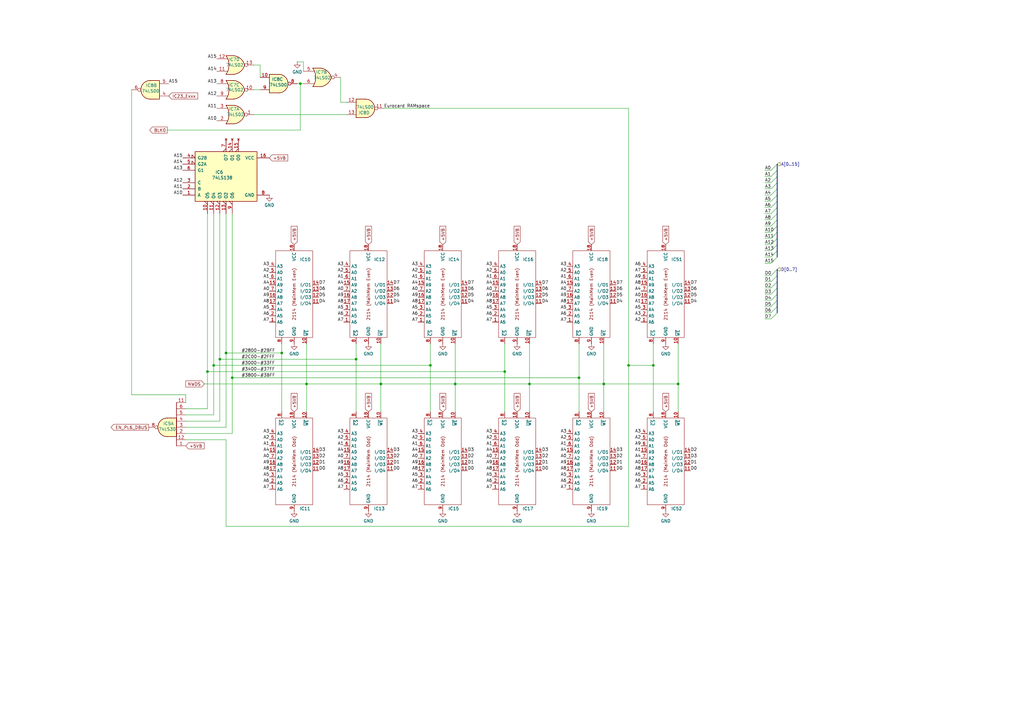
<source format=kicad_sch>
(kicad_sch (version 20231120) (generator "eeschema") (generator_version "8.0")
  (paper "A3")
  (lib_symbols
    (symbol "74xx:74LS00" (pin_names (offset 1.016))
      (property "Reference" "U" (at 0 1.27 0))
      (property "Value" "74LS00" (at 0 -1.27 0))
      (symbol "74LS00_1_1"
        (arc (start 0 -3.81) (mid 3.7934 0) (end 0 3.81) (stroke (width 0.254)) (fill (type background)))
        (polyline (pts (xy 0 3.81) (xy -3.81 3.81) (xy -3.81 -3.81) (xy 0 -3.81)) (stroke (width 0.254)) (fill (type background)))
        (pin input line (at -7.62 2.54 0) (length 3.81) (name "~") (number "1"))
        (pin input line (at -7.62 -2.54 0) (length 3.81) (name "~") (number "2"))
        (pin output inverted (at 7.62 0 180) (length 3.81) (name "~") (number "3"))
      )
      (symbol "74LS00_1_2"
        (arc (start -3.81 -3.81) (mid -2.589 0) (end -3.81 3.81) (stroke (width 0.254)))
        (arc (start -0.6096 -3.81) (mid 2.1842 -2.5851) (end 3.81 0) (stroke (width 0.254)) (fill (type background)))
        (polyline (pts (xy -3.81 -3.81) (xy -0.635 -3.81)) (stroke (width 0.254)) (fill (type background)))
        (polyline (pts (xy -3.81 3.81) (xy -0.635 3.81)) (stroke (width 0.254)) (fill (type background)))
        (polyline (pts (xy -0.635 3.81) (xy -3.81 3.81) (xy -3.81 3.81) (xy -3.556 3.4036) (xy -3.0226 2.2606) (xy -2.6924 1.0414) (xy -2.6162 -0.254) (xy -2.7686 -1.4986) (xy -3.175 -2.7178) (xy -3.81 -3.81) (xy -3.81 -3.81) (xy -0.635 -3.81)) (stroke (width -25.4)) (fill (type background)))
        (arc (start 3.81 0) (mid 2.1915 2.5936) (end -0.6096 3.81) (stroke (width 0.254)) (fill (type background)))
        (pin input inverted (at -7.62 2.54 0) (length 4.318) (name "~") (number "1"))
        (pin input inverted (at -7.62 -2.54 0) (length 4.318) (name "~") (number "2"))
        (pin output line (at 7.62 0 180) (length 3.81) (name "~") (number "3"))
      )
      (symbol "74LS00_2_1"
        (arc (start 0 -3.81) (mid 3.7934 0) (end 0 3.81) (stroke (width 0.254)) (fill (type background)))
        (polyline (pts (xy 0 3.81) (xy -3.81 3.81) (xy -3.81 -3.81) (xy 0 -3.81)) (stroke (width 0.254)) (fill (type background)))
        (pin input line (at -7.62 2.54 0) (length 3.81) (name "~") (number "4"))
        (pin input line (at -7.62 -2.54 0) (length 3.81) (name "~") (number "5"))
        (pin output inverted (at 7.62 0 180) (length 3.81) (name "~") (number "6"))
      )
      (symbol "74LS00_2_2"
        (arc (start -3.81 -3.81) (mid -2.589 0) (end -3.81 3.81) (stroke (width 0.254)))
        (arc (start -0.6096 -3.81) (mid 2.1842 -2.5851) (end 3.81 0) (stroke (width 0.254)) (fill (type background)))
        (polyline (pts (xy -3.81 -3.81) (xy -0.635 -3.81)) (stroke (width 0.254)) (fill (type background)))
        (polyline (pts (xy -3.81 3.81) (xy -0.635 3.81)) (stroke (width 0.254)) (fill (type background)))
        (polyline (pts (xy -0.635 3.81) (xy -3.81 3.81) (xy -3.81 3.81) (xy -3.556 3.4036) (xy -3.0226 2.2606) (xy -2.6924 1.0414) (xy -2.6162 -0.254) (xy -2.7686 -1.4986) (xy -3.175 -2.7178) (xy -3.81 -3.81) (xy -3.81 -3.81) (xy -0.635 -3.81)) (stroke (width -25.4)) (fill (type background)))
        (arc (start 3.81 0) (mid 2.1915 2.5936) (end -0.6096 3.81) (stroke (width 0.254)) (fill (type background)))
        (pin input inverted (at -7.62 2.54 0) (length 4.318) (name "~") (number "4"))
        (pin input inverted (at -7.62 -2.54 0) (length 4.318) (name "~") (number "5"))
        (pin output line (at 7.62 0 180) (length 3.81) (name "~") (number "6"))
      )
      (symbol "74LS00_3_1"
        (arc (start 0 -3.81) (mid 3.7934 0) (end 0 3.81) (stroke (width 0.254)) (fill (type background)))
        (polyline (pts (xy 0 3.81) (xy -3.81 3.81) (xy -3.81 -3.81) (xy 0 -3.81)) (stroke (width 0.254)) (fill (type background)))
        (pin input line (at -7.62 -2.54 0) (length 3.81) (name "~") (number "10"))
        (pin output inverted (at 7.62 0 180) (length 3.81) (name "~") (number "8"))
        (pin input line (at -7.62 2.54 0) (length 3.81) (name "~") (number "9"))
      )
      (symbol "74LS00_3_2"
        (arc (start -3.81 -3.81) (mid -2.589 0) (end -3.81 3.81) (stroke (width 0.254)))
        (arc (start -0.6096 -3.81) (mid 2.1842 -2.5851) (end 3.81 0) (stroke (width 0.254)) (fill (type background)))
        (polyline (pts (xy -3.81 -3.81) (xy -0.635 -3.81)) (stroke (width 0.254)) (fill (type background)))
        (polyline (pts (xy -3.81 3.81) (xy -0.635 3.81)) (stroke (width 0.254)) (fill (type background)))
        (polyline (pts (xy -0.635 3.81) (xy -3.81 3.81) (xy -3.81 3.81) (xy -3.556 3.4036) (xy -3.0226 2.2606) (xy -2.6924 1.0414) (xy -2.6162 -0.254) (xy -2.7686 -1.4986) (xy -3.175 -2.7178) (xy -3.81 -3.81) (xy -3.81 -3.81) (xy -0.635 -3.81)) (stroke (width -25.4)) (fill (type background)))
        (arc (start 3.81 0) (mid 2.1915 2.5936) (end -0.6096 3.81) (stroke (width 0.254)) (fill (type background)))
        (pin input inverted (at -7.62 -2.54 0) (length 4.318) (name "~") (number "10"))
        (pin output line (at 7.62 0 180) (length 3.81) (name "~") (number "8"))
        (pin input inverted (at -7.62 2.54 0) (length 4.318) (name "~") (number "9"))
      )
      (symbol "74LS00_4_1"
        (arc (start 0 -3.81) (mid 3.7934 0) (end 0 3.81) (stroke (width 0.254)) (fill (type background)))
        (polyline (pts (xy 0 3.81) (xy -3.81 3.81) (xy -3.81 -3.81) (xy 0 -3.81)) (stroke (width 0.254)) (fill (type background)))
        (pin output inverted (at 7.62 0 180) (length 3.81) (name "~") (number "11"))
        (pin input line (at -7.62 2.54 0) (length 3.81) (name "~") (number "12"))
        (pin input line (at -7.62 -2.54 0) (length 3.81) (name "~") (number "13"))
      )
      (symbol "74LS00_4_2"
        (arc (start -3.81 -3.81) (mid -2.589 0) (end -3.81 3.81) (stroke (width 0.254)))
        (arc (start -0.6096 -3.81) (mid 2.1842 -2.5851) (end 3.81 0) (stroke (width 0.254)) (fill (type background)))
        (polyline (pts (xy -3.81 -3.81) (xy -0.635 -3.81)) (stroke (width 0.254)) (fill (type background)))
        (polyline (pts (xy -3.81 3.81) (xy -0.635 3.81)) (stroke (width 0.254)) (fill (type background)))
        (polyline (pts (xy -0.635 3.81) (xy -3.81 3.81) (xy -3.81 3.81) (xy -3.556 3.4036) (xy -3.0226 2.2606) (xy -2.6924 1.0414) (xy -2.6162 -0.254) (xy -2.7686 -1.4986) (xy -3.175 -2.7178) (xy -3.81 -3.81) (xy -3.81 -3.81) (xy -0.635 -3.81)) (stroke (width -25.4)) (fill (type background)))
        (arc (start 3.81 0) (mid 2.1915 2.5936) (end -0.6096 3.81) (stroke (width 0.254)) (fill (type background)))
        (pin output line (at 7.62 0 180) (length 3.81) (name "~") (number "11"))
        (pin input inverted (at -7.62 2.54 0) (length 4.318) (name "~") (number "12"))
        (pin input inverted (at -7.62 -2.54 0) (length 4.318) (name "~") (number "13"))
      )
      (symbol "74LS00_5_0"
        (pin power_in line (at 0 12.7 270) (length 5.08) (name "VCC") (number "14"))
        (pin power_in line (at 0 -12.7 90) (length 5.08) (name "GND") (number "7"))
      )
      (symbol "74LS00_5_1"
        (rectangle (start -5.08 7.62) (end 5.08 -7.62) (stroke (width 0.254)) (fill (type background)))
      )
    )
    (symbol "74xx:74LS02" (pin_names (offset 1.016))
      (property "Reference" "U" (at 0 1.27 0))
      (property "Value" "74LS02" (at 0 -1.27 0))
      (symbol "74LS02_1_1"
        (arc (start -3.81 -3.81) (mid -2.589 0) (end -3.81 3.81) (stroke (width 0.254)))
        (arc (start -0.6096 -3.81) (mid 2.1842 -2.5851) (end 3.81 0) (stroke (width 0.254)) (fill (type background)))
        (polyline (pts (xy -3.81 -3.81) (xy -0.635 -3.81)) (stroke (width 0.254)) (fill (type background)))
        (polyline (pts (xy -3.81 3.81) (xy -0.635 3.81)) (stroke (width 0.254)) (fill (type background)))
        (polyline (pts (xy -0.635 3.81) (xy -3.81 3.81) (xy -3.81 3.81) (xy -3.556 3.4036) (xy -3.0226 2.2606) (xy -2.6924 1.0414) (xy -2.6162 -0.254) (xy -2.7686 -1.4986) (xy -3.175 -2.7178) (xy -3.81 -3.81) (xy -3.81 -3.81) (xy -0.635 -3.81)) (stroke (width -25.4)) (fill (type background)))
        (arc (start 3.81 0) (mid 2.1915 2.5936) (end -0.6096 3.81) (stroke (width 0.254)) (fill (type background)))
        (pin output inverted (at 7.62 0 180) (length 3.81) (name "~") (number "1"))
        (pin input line (at -7.62 2.54 0) (length 4.318) (name "~") (number "2"))
        (pin input line (at -7.62 -2.54 0) (length 4.318) (name "~") (number "3"))
      )
      (symbol "74LS02_1_2"
        (arc (start 0 -3.81) (mid 3.7934 0) (end 0 3.81) (stroke (width 0.254)) (fill (type background)))
        (polyline (pts (xy 0 3.81) (xy -3.81 3.81) (xy -3.81 -3.81) (xy 0 -3.81)) (stroke (width 0.254)) (fill (type background)))
        (pin output line (at 7.62 0 180) (length 3.81) (name "~") (number "1"))
        (pin input inverted (at -7.62 2.54 0) (length 3.81) (name "~") (number "2"))
        (pin input inverted (at -7.62 -2.54 0) (length 3.81) (name "~") (number "3"))
      )
      (symbol "74LS02_2_1"
        (arc (start -3.81 -3.81) (mid -2.589 0) (end -3.81 3.81) (stroke (width 0.254)))
        (arc (start -0.6096 -3.81) (mid 2.1842 -2.5851) (end 3.81 0) (stroke (width 0.254)) (fill (type background)))
        (polyline (pts (xy -3.81 -3.81) (xy -0.635 -3.81)) (stroke (width 0.254)) (fill (type background)))
        (polyline (pts (xy -3.81 3.81) (xy -0.635 3.81)) (stroke (width 0.254)) (fill (type background)))
        (polyline (pts (xy -0.635 3.81) (xy -3.81 3.81) (xy -3.81 3.81) (xy -3.556 3.4036) (xy -3.0226 2.2606) (xy -2.6924 1.0414) (xy -2.6162 -0.254) (xy -2.7686 -1.4986) (xy -3.175 -2.7178) (xy -3.81 -3.81) (xy -3.81 -3.81) (xy -0.635 -3.81)) (stroke (width -25.4)) (fill (type background)))
        (arc (start 3.81 0) (mid 2.1915 2.5936) (end -0.6096 3.81) (stroke (width 0.254)) (fill (type background)))
        (pin output inverted (at 7.62 0 180) (length 3.81) (name "~") (number "4"))
        (pin input line (at -7.62 2.54 0) (length 4.318) (name "~") (number "5"))
        (pin input line (at -7.62 -2.54 0) (length 4.318) (name "~") (number "6"))
      )
      (symbol "74LS02_2_2"
        (arc (start 0 -3.81) (mid 3.7934 0) (end 0 3.81) (stroke (width 0.254)) (fill (type background)))
        (polyline (pts (xy 0 3.81) (xy -3.81 3.81) (xy -3.81 -3.81) (xy 0 -3.81)) (stroke (width 0.254)) (fill (type background)))
        (pin output line (at 7.62 0 180) (length 3.81) (name "~") (number "4"))
        (pin input inverted (at -7.62 2.54 0) (length 3.81) (name "~") (number "5"))
        (pin input inverted (at -7.62 -2.54 0) (length 3.81) (name "~") (number "6"))
      )
      (symbol "74LS02_3_1"
        (arc (start -3.81 -3.81) (mid -2.589 0) (end -3.81 3.81) (stroke (width 0.254)))
        (arc (start -0.6096 -3.81) (mid 2.1842 -2.5851) (end 3.81 0) (stroke (width 0.254)) (fill (type background)))
        (polyline (pts (xy -3.81 -3.81) (xy -0.635 -3.81)) (stroke (width 0.254)) (fill (type background)))
        (polyline (pts (xy -3.81 3.81) (xy -0.635 3.81)) (stroke (width 0.254)) (fill (type background)))
        (polyline (pts (xy -0.635 3.81) (xy -3.81 3.81) (xy -3.81 3.81) (xy -3.556 3.4036) (xy -3.0226 2.2606) (xy -2.6924 1.0414) (xy -2.6162 -0.254) (xy -2.7686 -1.4986) (xy -3.175 -2.7178) (xy -3.81 -3.81) (xy -3.81 -3.81) (xy -0.635 -3.81)) (stroke (width -25.4)) (fill (type background)))
        (arc (start 3.81 0) (mid 2.1915 2.5936) (end -0.6096 3.81) (stroke (width 0.254)) (fill (type background)))
        (pin output inverted (at 7.62 0 180) (length 3.81) (name "~") (number "10"))
        (pin input line (at -7.62 2.54 0) (length 4.318) (name "~") (number "8"))
        (pin input line (at -7.62 -2.54 0) (length 4.318) (name "~") (number "9"))
      )
      (symbol "74LS02_3_2"
        (arc (start 0 -3.81) (mid 3.7934 0) (end 0 3.81) (stroke (width 0.254)) (fill (type background)))
        (polyline (pts (xy 0 3.81) (xy -3.81 3.81) (xy -3.81 -3.81) (xy 0 -3.81)) (stroke (width 0.254)) (fill (type background)))
        (pin output line (at 7.62 0 180) (length 3.81) (name "~") (number "10"))
        (pin input inverted (at -7.62 2.54 0) (length 3.81) (name "~") (number "8"))
        (pin input inverted (at -7.62 -2.54 0) (length 3.81) (name "~") (number "9"))
      )
      (symbol "74LS02_4_1"
        (arc (start -3.81 -3.81) (mid -2.589 0) (end -3.81 3.81) (stroke (width 0.254)))
        (arc (start -0.6096 -3.81) (mid 2.1842 -2.5851) (end 3.81 0) (stroke (width 0.254)) (fill (type background)))
        (polyline (pts (xy -3.81 -3.81) (xy -0.635 -3.81)) (stroke (width 0.254)) (fill (type background)))
        (polyline (pts (xy -3.81 3.81) (xy -0.635 3.81)) (stroke (width 0.254)) (fill (type background)))
        (polyline (pts (xy -0.635 3.81) (xy -3.81 3.81) (xy -3.81 3.81) (xy -3.556 3.4036) (xy -3.0226 2.2606) (xy -2.6924 1.0414) (xy -2.6162 -0.254) (xy -2.7686 -1.4986) (xy -3.175 -2.7178) (xy -3.81 -3.81) (xy -3.81 -3.81) (xy -0.635 -3.81)) (stroke (width -25.4)) (fill (type background)))
        (arc (start 3.81 0) (mid 2.1915 2.5936) (end -0.6096 3.81) (stroke (width 0.254)) (fill (type background)))
        (pin input line (at -7.62 2.54 0) (length 4.318) (name "~") (number "11"))
        (pin input line (at -7.62 -2.54 0) (length 4.318) (name "~") (number "12"))
        (pin output inverted (at 7.62 0 180) (length 3.81) (name "~") (number "13"))
      )
      (symbol "74LS02_4_2"
        (arc (start 0 -3.81) (mid 3.7934 0) (end 0 3.81) (stroke (width 0.254)) (fill (type background)))
        (polyline (pts (xy 0 3.81) (xy -3.81 3.81) (xy -3.81 -3.81) (xy 0 -3.81)) (stroke (width 0.254)) (fill (type background)))
        (pin input inverted (at -7.62 2.54 0) (length 3.81) (name "~") (number "11"))
        (pin input inverted (at -7.62 -2.54 0) (length 3.81) (name "~") (number "12"))
        (pin output line (at 7.62 0 180) (length 3.81) (name "~") (number "13"))
      )
      (symbol "74LS02_5_0"
        (pin power_in line (at 0 12.7 270) (length 5.08) (name "VCC") (number "14"))
        (pin power_in line (at 0 -12.7 90) (length 5.08) (name "GND") (number "7"))
      )
      (symbol "74LS02_5_1"
        (rectangle (start -5.08 7.62) (end 5.08 -7.62) (stroke (width 0.254)) (fill (type background)))
      )
    )
    (symbol "74xx:74LS30" (pin_names (offset 1.016))
      (property "Reference" "IC5" (at -0.508 -1.524 0))
      (property "Value" "74LS30" (at 0 0.762 0))
      (symbol "74LS30_1_1"
        (arc (start 0 -3.81) (mid 3.7934 0) (end 0 3.81) (stroke (width 0.254)) (fill (type background)))
        (polyline (pts (xy -3.81 7.62) (xy -3.81 -10.16)) (stroke (width 0.254)))
        (polyline (pts (xy 0 3.81) (xy -3.81 3.81) (xy -3.81 -3.81) (xy 0 -3.81)) (stroke (width 0.254)) (fill (type background)))
        (pin input line (at -7.62 7.62 0) (length 3.81) (name "~") (number "1"))
        (pin input line (at -7.62 -10.16 0) (length 3.81) (name "~") (number "11"))
        (pin input line (at -7.62 5.08 0) (length 3.81) (name "~") (number "12"))
        (pin input line (at -7.62 2.54 0) (length 3.81) (name "~") (number "2"))
        (pin input line (at -7.62 0 0) (length 3.81) (name "~") (number "3"))
        (pin input line (at -7.62 -2.54 0) (length 3.81) (name "~") (number "4"))
        (pin input line (at -7.62 -5.08 0) (length 3.81) (name "~") (number "5"))
        (pin input line (at -7.62 -7.62 0) (length 3.81) (name "~") (number "6"))
        (pin output inverted (at 7.62 0 180) (length 3.81) (name "~") (number "8"))
      )
      (symbol "74LS30_1_2"
        (arc (start -3.81 -3.81) (mid -2.589 0) (end -3.81 3.81) (stroke (width 0.254)))
        (arc (start -0.6096 -3.81) (mid 2.1842 -2.5851) (end 3.81 0) (stroke (width 0.254)) (fill (type background)))
        (polyline (pts (xy -3.81 -3.81) (xy -3.81 -10.16)) (stroke (width 0.254)))
        (polyline (pts (xy -3.81 -3.81) (xy -0.635 -3.81)) (stroke (width 0.254)) (fill (type background)))
        (polyline (pts (xy -3.81 3.81) (xy -0.635 3.81)) (stroke (width 0.254)) (fill (type background)))
        (polyline (pts (xy -3.81 7.62) (xy -3.81 3.81)) (stroke (width 0.254)))
        (polyline (pts (xy -0.635 3.81) (xy -3.81 3.81) (xy -3.81 3.81) (xy -3.556 3.4036) (xy -3.0226 2.2606) (xy -2.6924 1.0414) (xy -2.6162 -0.254) (xy -2.7686 -1.4986) (xy -3.175 -2.7178) (xy -3.81 -3.81) (xy -3.81 -3.81) (xy -0.635 -3.81)) (stroke (width -25.4)) (fill (type background)))
        (arc (start 3.81 0) (mid 2.1915 2.5936) (end -0.6096 3.81) (stroke (width 0.254)) (fill (type background)))
        (pin input inverted (at -7.62 7.62 0) (length 3.81) (name "~") (number "1"))
        (pin input inverted (at -7.62 -7.62 0) (length 3.81) (name "~") (number "11"))
        (pin input inverted (at -7.62 -10.16 0) (length 3.81) (name "~") (number "12"))
        (pin input inverted (at -7.62 5.08 0) (length 3.81) (name "~") (number "2"))
        (pin input inverted (at -7.62 2.54 0) (length 4.5466) (name "~") (number "3"))
        (pin input inverted (at -7.62 0 0) (length 5.08) (name "~") (number "4"))
        (pin input inverted (at -7.62 -2.54 0) (length 4.5466) (name "~") (number "5"))
        (pin input inverted (at -7.62 -5.08 0) (length 3.81) (name "~") (number "6"))
        (pin output line (at 7.62 0 180) (length 3.81) (name "~") (number "8"))
      )
      (symbol "74LS30_2_0"
        (pin power_in line (at 0 12.7 270) (length 5.08) (name "VCC") (number "14"))
        (pin power_in line (at 0 -12.7 90) (length 5.08) (name "GND") (number "7"))
      )
      (symbol "74LS30_2_1"
        (rectangle (start -5.08 7.62) (end 5.08 -7.62) (stroke (width 0.254)) (fill (type background)))
      )
    )
    (symbol "John Atom Components:2114_(MainMem_Even)"
      (property "Reference" "IC10" (at 2.54 12.7 0))
      (property "Value" "~" (at 2.1941 19.9001 0))
      (symbol "2114_(MainMem_Even)_0_1"
        (rectangle (start -7.62 17.78) (end 7.62 -17.78))
      )
      (symbol "2114_(MainMem_Even)_1_1"
        (text "2114 (MainMem Even)" (at 0 0 900) (effects (font (size 1.27 1.27))))
        (pin input line (at -10.16 -11.43 0) (length 2.54) (name "A6") (number "1"))
        (pin input line (at 5.08 -20.32 90) (length 2.54) (name "~{WE}") (number "10"))
        (pin bidirectional line (at 10.16 -3.81 180) (length 2.54) (name "I/O4") (number "11"))
        (pin bidirectional line (at 10.16 -1.27 180) (length 2.54) (name "I/O3") (number "12"))
        (pin bidirectional line (at 10.16 1.27 180) (length 2.54) (name "I/O2") (number "13"))
        (pin bidirectional line (at 10.16 3.81 180) (length 2.54) (name "I/O1") (number "14"))
        (pin input line (at -10.16 3.81 0) (length 2.54) (name "A9") (number "15"))
        (pin input line (at -10.16 -1.27 0) (length 2.54) (name "A8") (number "16"))
        (pin input line (at -10.16 -3.81 0) (length 2.54) (name "A7") (number "17"))
        (pin power_in line (at 0 20.32 270) (length 2.54) (name "VCC") (number "18"))
        (pin input line (at -10.16 -8.89 0) (length 2.54) (name "A5") (number "2"))
        (pin input line (at -10.16 -6.35 0) (length 2.54) (name "A4") (number "3"))
        (pin input line (at -10.16 11.43 0) (length 2.54) (name "A3") (number "4"))
        (pin input line (at -10.16 8.89 0) (length 2.54) (name "A0") (number "5"))
        (pin input line (at -10.16 6.35 0) (length 2.54) (name "A1") (number "6"))
        (pin input line (at -10.16 1.27 0) (length 2.54) (name "A2") (number "7"))
        (pin input line (at -5.08 -20.32 90) (length 2.54) (name "~{CS}") (number "8"))
        (pin power_in line (at 0 -20.32 90) (length 2.54) (name "GND") (number "9"))
      )
    )
    (symbol "John Atom Components:2114_(MainMem_Odd)"
      (property "Reference" "IC10" (at 2.54 -10.16 0))
      (property "Value" "~" (at 2.1941 19.9001 0))
      (symbol "2114_(MainMem_Odd)_0_1"
        (rectangle (start -7.62 17.78) (end 7.62 -17.78))
      )
      (symbol "2114_(MainMem_Odd)_1_1"
        (text "2114 (MainMem Odd)" (at 0 0 900) (effects (font (size 1.27 1.27))))
        (pin input line (at -10.16 -11.43 0) (length 2.54) (name "A6") (number "1"))
        (pin input line (at 5.08 20.32 270) (length 2.54) (name "~{WE}") (number "10"))
        (pin bidirectional line (at 10.16 -3.81 180) (length 2.54) (name "I/O4") (number "11"))
        (pin bidirectional line (at 10.16 -1.27 180) (length 2.54) (name "I/O3") (number "12"))
        (pin bidirectional line (at 10.16 1.27 180) (length 2.54) (name "I/O2") (number "13"))
        (pin bidirectional line (at 10.16 3.81 180) (length 2.54) (name "I/O1") (number "14"))
        (pin input line (at -10.16 3.81 0) (length 2.54) (name "A9") (number "15"))
        (pin input line (at -10.16 -1.27 0) (length 2.54) (name "A8") (number "16"))
        (pin input line (at -10.16 -3.81 0) (length 2.54) (name "A7") (number "17"))
        (pin power_in line (at 0 20.32 270) (length 2.54) (name "VCC") (number "18"))
        (pin input line (at -10.16 -8.89 0) (length 2.54) (name "A5") (number "2"))
        (pin input line (at -10.16 -6.35 0) (length 2.54) (name "A4") (number "3"))
        (pin input line (at -10.16 11.43 0) (length 2.54) (name "A3") (number "4"))
        (pin input line (at -10.16 8.89 0) (length 2.54) (name "A0") (number "5"))
        (pin input line (at -10.16 6.35 0) (length 2.54) (name "A1") (number "6"))
        (pin input line (at -10.16 1.27 0) (length 2.54) (name "A2") (number "7"))
        (pin input line (at -5.08 20.32 270) (length 2.54) (name "~{CS}") (number "8"))
        (pin power_in line (at 0 -20.32 90) (length 2.54) (name "GND") (number "9"))
      )
    )
    (symbol "John Atom Components:74LS138_(Atom_MainMem)" (pin_names (offset 1.016))
      (property "Reference" "IC" (at -2.54 0 0))
      (property "Value" "74LS138" (at 0 -2.54 0))
      (symbol "74LS138_(Atom_MainMem)_1_0"
        (pin input line (at -17.78 -7.62 0) (length 5.08) (name "A") (number "1"))
        (pin output output_low (at -7.62 -15.24 90) (length 5.08) (name "O5") (number "10"))
        (pin output output_low (at -5.08 -15.24 90) (length 5.08) (name "O4") (number "11"))
        (pin output output_low (at -2.54 -15.24 90) (length 5.08) (name "O3") (number "12"))
        (pin output output_low (at 0 -15.24 90) (length 5.08) (name "O2") (number "13"))
        (pin no_connect output_low (at 2.54 15.24 270) (length 5.08) (name "O1") (number "14"))
        (pin no_connect output_low (at 5.08 15.24 270) (length 5.08) (name "O0") (number "15"))
        (pin power_in line (at 17.78 7.62 180) (length 5.08) (name "VCC") (number "16"))
        (pin input line (at -17.78 -5.08 0) (length 5.08) (name "B") (number "2"))
        (pin input line (at -17.78 -2.54 0) (length 5.08) (name "C") (number "3"))
        (pin input input_low (at -17.78 7.62 0) (length 5.08) (name "G2B") (number "4"))
        (pin input input_low (at -17.78 5.08 0) (length 5.08) (name "G2A") (number "5"))
        (pin input line (at -17.78 2.54 0) (length 5.08) (name "G1") (number "6"))
        (pin no_connect output_low (at 0 15.24 270) (length 5.08) (name "O7") (number "7"))
        (pin power_in line (at 17.78 -7.62 180) (length 5.08) (name "GND") (number "8"))
        (pin output output_low (at 2.54 -15.24 90) (length 5.08) (name "O6") (number "9"))
      )
      (symbol "74LS138_(Atom_MainMem)_1_1"
        (rectangle (start -12.7 10.16) (end 12.7 -10.16) (stroke (width 0.254)) (fill (type background)))
      )
    )
    (symbol "power:GND" (power) (pin_numbers hide) (pin_names (offset 0) hide)
      (property "Value" "GND" (at 0 -3.81 0))
      (symbol "GND_0_1"
        (polyline (pts (xy 0 0) (xy 0 -1.27) (xy 1.27 -1.27) (xy 0 -2.54) (xy -1.27 -1.27) (xy 0 -1.27)))
      )
      (symbol "GND_1_1"
        (pin power_in line (at 0 0 270) (length 0) (name "~") (number "1"))
      )
    )
  )
  (junction (at 92.71 144.78))
  (junction (at 207.01 152.4))
  (junction (at 237.49 154.94))
  (junction (at 217.17 157.48))
  (junction (at 115.57 144.78))
  (junction (at 247.65 157.48))
  (junction (at 146.05 147.32))
  (junction (at 123.19 34.29))
  (junction (at 267.97 149.86))
  (junction (at 90.17 147.32))
  (junction (at 186.69 157.48))
  (junction (at 125.73 157.48))
  (junction (at 278.13 157.48))
  (junction (at 176.53 149.86))
  (junction (at 87.63 149.86))
  (junction (at 85.09 152.4))
  (junction (at 95.25 154.94))
  (junction (at 257.81 149.86))
  (junction (at 156.21 157.48))
  (bus_entry (at 318.77 72.39) (size -2.54 2.54))
  (bus_entry (at 318.77 82.55) (size -2.54 2.54))
  (bus_entry (at 318.77 110.49) (size -2.54 2.54))
  (bus_entry (at 318.77 113.03) (size -2.54 2.54))
  (bus_entry (at 318.77 92.71) (size -2.54 2.54))
  (bus_entry (at 318.77 102.87) (size -2.54 2.54))
  (bus_entry (at 318.77 69.85) (size -2.54 2.54))
  (bus_entry (at 318.77 123.19) (size -2.54 2.54))
  (bus_entry (at 318.77 95.25) (size -2.54 2.54))
  (bus_entry (at 318.77 125.73) (size -2.54 2.54))
  (bus_entry (at 318.77 77.47) (size -2.54 2.54))
  (bus_entry (at 318.77 97.79) (size -2.54 2.54))
  (bus_entry (at 318.77 128.27) (size -2.54 2.54))
  (bus_entry (at 318.77 115.57) (size -2.54 2.54))
  (bus_entry (at 318.77 120.65) (size -2.54 2.54))
  (bus_entry (at 318.77 74.93) (size -2.54 2.54))
  (bus_entry (at 318.77 90.17) (size -2.54 2.54))
  (bus_entry (at 318.77 67.31) (size -2.54 2.54))
  (bus_entry (at 318.77 105.41) (size -2.54 2.54))
  (bus_entry (at 318.77 87.63) (size -2.54 2.54))
  (bus_entry (at 318.77 85.09) (size -2.54 2.54))
  (bus_entry (at 318.77 100.33) (size -2.54 2.54))
  (bus_entry (at 318.77 80.01) (size -2.54 2.54))
  (bus_entry (at 318.77 118.11) (size -2.54 2.54))
  (bus (pts (xy 318.77 100.33) (xy 318.77 97.79)))
  (wire (pts (xy 217.17 140.97) (xy 217.17 157.48)))
  (wire (pts (xy 95.25 154.94) (xy 95.25 177.8)))
  (wire (pts (xy 87.63 149.86) (xy 87.63 87.63)))
  (wire (pts (xy 106.68 26.67) (xy 106.68 31.75)))
  (wire (pts (xy 95.25 177.8) (xy 76.2 177.8)))
  (wire (pts (xy 53.975 36.83) (xy 53.975 161.925)))
  (bus (pts (xy 318.77 72.39) (xy 318.77 69.85)))
  (bus (pts (xy 318.77 69.85) (xy 318.77 67.31)))
  (wire (pts (xy 186.69 157.48) (xy 217.17 157.48)))
  (wire (pts (xy 90.17 147.32) (xy 90.17 172.72)))
  (wire (pts (xy 316.23 87.63) (xy 313.69 87.63)))
  (wire (pts (xy 85.09 152.4) (xy 85.09 87.63)))
  (wire (pts (xy 316.23 107.95) (xy 313.69 107.95)))
  (wire (pts (xy 68.58 53.34) (xy 123.19 53.34)))
  (bus (pts (xy 318.77 123.19) (xy 318.77 120.65)))
  (wire (pts (xy 85.09 152.4) (xy 85.09 167.64)))
  (wire (pts (xy 139.7 41.91) (xy 142.24 41.91)))
  (wire (pts (xy 316.23 118.11) (xy 313.69 118.11)))
  (wire (pts (xy 257.81 44.45) (xy 257.81 149.86)))
  (bus (pts (xy 318.77 118.11) (xy 318.77 115.57)))
  (bus (pts (xy 318.77 85.09) (xy 318.77 82.55)))
  (wire (pts (xy 146.05 147.32) (xy 90.17 147.32)))
  (wire (pts (xy 92.71 144.78) (xy 92.71 87.63)))
  (bus (pts (xy 318.77 105.41) (xy 318.77 102.87)))
  (wire (pts (xy 278.13 157.48) (xy 278.13 168.91)))
  (wire (pts (xy 207.01 152.4) (xy 207.01 168.91)))
  (wire (pts (xy 176.53 149.86) (xy 87.63 149.86)))
  (bus (pts (xy 318.77 87.63) (xy 318.77 85.09)))
  (bus (pts (xy 318.77 74.93) (xy 318.77 72.39)))
  (bus (pts (xy 318.77 82.55) (xy 318.77 80.01)))
  (wire (pts (xy 316.23 92.71) (xy 313.69 92.71)))
  (wire (pts (xy 104.14 36.83) (xy 106.68 36.83)))
  (wire (pts (xy 90.17 147.32) (xy 90.17 87.63)))
  (wire (pts (xy 316.23 77.47) (xy 313.69 77.47)))
  (bus (pts (xy 318.77 120.65) (xy 318.77 118.11)))
  (wire (pts (xy 316.23 69.85) (xy 313.69 69.85)))
  (wire (pts (xy 146.05 140.97) (xy 146.05 147.32)))
  (wire (pts (xy 257.81 215.9) (xy 92.71 215.9)))
  (wire (pts (xy 125.73 140.97) (xy 125.73 157.48)))
  (wire (pts (xy 123.19 34.29) (xy 123.19 53.34)))
  (wire (pts (xy 316.23 128.27) (xy 313.69 128.27)))
  (bus (pts (xy 318.77 128.27) (xy 318.77 125.73)))
  (wire (pts (xy 316.23 102.87) (xy 313.69 102.87)))
  (wire (pts (xy 139.7 31.75) (xy 139.7 41.91)))
  (bus (pts (xy 318.77 95.25) (xy 318.77 92.71)))
  (wire (pts (xy 207.01 140.97) (xy 207.01 152.4)))
  (wire (pts (xy 186.69 140.97) (xy 186.69 157.48)))
  (wire (pts (xy 316.23 80.01) (xy 313.69 80.01)))
  (wire (pts (xy 115.57 140.97) (xy 115.57 144.78)))
  (wire (pts (xy 176.53 140.97) (xy 176.53 149.86)))
  (wire (pts (xy 267.97 149.86) (xy 267.97 168.91)))
  (wire (pts (xy 125.73 157.48) (xy 125.73 168.91)))
  (wire (pts (xy 237.49 140.97) (xy 237.49 154.94)))
  (wire (pts (xy 316.23 123.19) (xy 313.69 123.19)))
  (wire (pts (xy 316.23 125.73) (xy 313.69 125.73)))
  (wire (pts (xy 124.46 25.4) (xy 124.46 29.21)))
  (wire (pts (xy 247.65 140.97) (xy 247.65 157.48)))
  (wire (pts (xy 92.71 175.26) (xy 76.2 175.26)))
  (wire (pts (xy 316.23 85.09) (xy 313.69 85.09)))
  (wire (pts (xy 87.63 149.86) (xy 87.63 170.18)))
  (bus (pts (xy 318.77 77.47) (xy 318.77 74.93)))
  (wire (pts (xy 156.21 157.48) (xy 186.69 157.48)))
  (wire (pts (xy 115.57 144.78) (xy 115.57 168.91)))
  (wire (pts (xy 156.21 140.97) (xy 156.21 157.48)))
  (wire (pts (xy 316.23 95.25) (xy 313.69 95.25)))
  (wire (pts (xy 316.23 74.93) (xy 313.69 74.93)))
  (wire (pts (xy 316.23 130.81) (xy 313.69 130.81)))
  (wire (pts (xy 92.71 180.34) (xy 76.2 180.34)))
  (bus (pts (xy 318.77 113.03) (xy 318.77 110.49)))
  (wire (pts (xy 76.2 167.64) (xy 85.09 167.64)))
  (wire (pts (xy 92.71 215.9) (xy 92.71 180.34)))
  (wire (pts (xy 157.48 44.45) (xy 257.81 44.45)))
  (bus (pts (xy 318.77 102.87) (xy 318.77 100.33)))
  (wire (pts (xy 121.92 34.29) (xy 123.19 34.29)))
  (bus (pts (xy 318.77 92.71) (xy 318.77 90.17)))
  (wire (pts (xy 104.14 26.67) (xy 106.68 26.67)))
  (wire (pts (xy 316.23 82.55) (xy 313.69 82.55)))
  (wire (pts (xy 92.71 144.78) (xy 92.71 175.26)))
  (wire (pts (xy 123.19 34.29) (xy 124.46 34.29)))
  (wire (pts (xy 146.05 147.32) (xy 146.05 168.91)))
  (wire (pts (xy 87.63 170.18) (xy 76.2 170.18)))
  (wire (pts (xy 316.23 90.17) (xy 313.69 90.17)))
  (wire (pts (xy 176.53 149.86) (xy 176.53 168.91)))
  (wire (pts (xy 237.49 154.94) (xy 237.49 168.91)))
  (wire (pts (xy 76.2 161.925) (xy 76.2 165.1)))
  (wire (pts (xy 217.17 157.48) (xy 247.65 157.48)))
  (wire (pts (xy 186.69 157.48) (xy 186.69 168.91)))
  (wire (pts (xy 83.82 157.48) (xy 125.73 157.48)))
  (bus (pts (xy 318.77 115.57) (xy 318.77 113.03)))
  (wire (pts (xy 247.65 157.48) (xy 247.65 168.91)))
  (wire (pts (xy 257.81 149.86) (xy 257.81 215.9)))
  (bus (pts (xy 318.77 80.01) (xy 318.77 77.47)))
  (bus (pts (xy 318.77 90.17) (xy 318.77 87.63)))
  (wire (pts (xy 278.13 140.97) (xy 278.13 157.48)))
  (wire (pts (xy 121.92 25.4) (xy 124.46 25.4)))
  (wire (pts (xy 247.65 157.48) (xy 278.13 157.48)))
  (wire (pts (xy 267.97 140.97) (xy 267.97 149.86)))
  (wire (pts (xy 316.23 97.79) (xy 313.69 97.79)))
  (wire (pts (xy 316.23 100.33) (xy 313.69 100.33)))
  (wire (pts (xy 207.01 152.4) (xy 85.09 152.4)))
  (wire (pts (xy 125.73 157.48) (xy 156.21 157.48)))
  (wire (pts (xy 257.81 149.86) (xy 267.97 149.86)))
  (wire (pts (xy 95.25 154.94) (xy 95.25 87.63)))
  (wire (pts (xy 316.23 72.39) (xy 313.69 72.39)))
  (wire (pts (xy 237.49 154.94) (xy 95.25 154.94)))
  (wire (pts (xy 316.23 120.65) (xy 313.69 120.65)))
  (wire (pts (xy 115.57 144.78) (xy 92.71 144.78)))
  (wire (pts (xy 53.975 161.925) (xy 76.2 161.925)))
  (wire (pts (xy 90.17 172.72) (xy 76.2 172.72)))
  (wire (pts (xy 217.17 157.48) (xy 217.17 168.91)))
  (bus (pts (xy 318.77 97.79) (xy 318.77 95.25)))
  (wire (pts (xy 156.21 157.48) (xy 156.21 168.91)))
  (wire (pts (xy 316.23 105.41) (xy 313.69 105.41)))
  (wire (pts (xy 316.23 113.03) (xy 313.69 113.03)))
  (wire (pts (xy 104.14 46.99) (xy 142.24 46.99)))
  (wire (pts (xy 316.23 115.57) (xy 313.69 115.57)))
  (bus (pts (xy 318.77 125.73) (xy 318.77 123.19)))
  (label "A5" (at 201.93 195.58 180))
  (label "A9" (at 262.89 114.3 180))
  (label "A7" (at 201.93 132.08 180))
  (label "A9" (at 201.93 190.5 180))
  (label "A12" (at 74.93 74.93 180))
  (label "A2" (at 262.89 180.34 180))
  (label "A7" (at 140.97 200.66 180))
  (label "A9" (at 232.41 190.5 180))
  (label "A4" (at 313.69 80.01 0))
  (label "A2" (at 171.45 180.34 180))
  (label "A7" (at 171.45 132.08 180))
  (label "A9" (at 110.49 190.5 180))
  (label "A1" (at 201.93 114.3 180))
  (label "A0" (at 171.45 187.96 180))
  (label "D2" (at 222.25 187.96 0))
  (label "D1" (at 161.29 190.5 0))
  (label "A10" (at 313.69 95.25 0))
  (label "D3" (at 161.29 185.42 0))
  (label "#3400-#37FF" (at 99.06 152.4 0))
  (label "A3" (at 171.45 109.22 180))
  (label "A2" (at 110.49 111.76 180))
  (label "A2" (at 110.49 180.34 180))
  (label "D4" (at 130.81 124.46 0))
  (label "A7" (at 232.41 132.08 180))
  (label "D7" (at 191.77 116.84 0))
  (label "A1" (at 140.97 114.3 180))
  (label "D0" (at 283.21 193.04 0))
  (label "A10" (at 88.9 49.53 180))
  (label "A0" (at 262.89 121.92 180))
  (label "A0" (at 232.41 119.38 180))
  (label "A5" (at 140.97 195.58 180))
  (label "A3" (at 232.41 109.22 180))
  (label "A3" (at 171.45 177.8 180))
  (label "A7" (at 140.97 132.08 180))
  (label "A4" (at 140.97 116.84 180))
  (label "A9" (at 140.97 190.5 180))
  (label "D0" (at 130.81 193.04 0))
  (label "D4" (at 161.29 124.46 0))
  (label "A7" (at 201.93 200.66 180))
  (label "A8" (at 171.45 193.04 180))
  (label "A12" (at 313.69 100.33 0))
  (label "A9" (at 110.49 121.92 180))
  (label "A8" (at 140.97 193.04 180))
  (label "A1" (at 262.89 124.46 180))
  (label "D1" (at 252.73 190.5 0))
  (label "A4" (at 110.49 116.84 180))
  (label "A9" (at 171.45 190.5 180))
  (label "A2" (at 232.41 180.34 180))
  (label "D0" (at 161.29 193.04 0))
  (label "A6" (at 140.97 129.54 180))
  (label "A0" (at 232.41 187.96 180))
  (label "A2" (at 140.97 111.76 180))
  (label "D5" (at 313.69 125.73 0))
  (label "A0" (at 262.89 190.5 180))
  (label "D4" (at 252.73 124.46 0))
  (label "A14" (at 313.69 105.41 0))
  (label "A3" (at 140.97 109.22 180))
  (label "A6" (at 110.49 198.12 180))
  (label "#3800-#3BFF" (at 99.06 154.94 0))
  (label "D2" (at 313.69 118.11 0))
  (label "D5" (at 222.25 121.92 0))
  (label "A1" (at 232.41 182.88 180))
  (label "A3" (at 201.93 109.22 180))
  (label "A0" (at 110.49 187.96 180))
  (label "A0" (at 140.97 187.96 180))
  (label "A1" (at 171.45 182.88 180))
  (label "A4" (at 110.49 185.42 180))
  (label "D2" (at 283.21 185.42 0))
  (label "A4" (at 140.97 185.42 180))
  (label "D3" (at 313.69 120.65 0))
  (label "A7" (at 110.49 132.08 180))
  (label "A2" (at 201.93 111.76 180))
  (label "A7" (at 313.69 87.63 0))
  (label "A5" (at 232.41 195.58 180))
  (label "D5" (at 252.73 121.92 0))
  (label "A4" (at 201.93 116.84 180))
  (label "A0" (at 313.69 69.85 0))
  (label "A5" (at 110.49 127 180))
  (label "A2" (at 262.89 132.08 180))
  (label "A6" (at 201.93 129.54 180))
  (label "D7" (at 313.69 130.81 0))
  (label "A7" (at 262.89 200.66 180))
  (label "D3" (at 130.81 185.42 0))
  (label "A13" (at 88.9 34.29 180))
  (label "A5" (at 171.45 127 180))
  (label "D2" (at 130.81 187.96 0))
  (label "D7" (at 252.73 116.84 0))
  (label "#2800-#2BFF" (at 99.06 144.78 0))
  (label "A8" (at 140.97 124.46 180))
  (label "A8" (at 232.41 124.46 180))
  (label "A1" (at 313.69 72.39 0))
  (label "A3" (at 201.93 177.8 180))
  (label "A10" (at 74.93 80.01 180))
  (label "A11" (at 88.9 44.45 180))
  (label "A7" (at 110.49 200.66 180))
  (label "D4" (at 191.77 124.46 0))
  (label "D5" (at 130.81 121.92 0))
  (label "A2" (at 201.93 180.34 180))
  (label "A6" (at 232.41 129.54 180))
  (label "A7" (at 171.45 200.66 180))
  (label "A5" (at 201.93 127 180))
  (label "D6" (at 130.81 119.38 0))
  (label "D4" (at 222.25 124.46 0))
  (label "A6" (at 140.97 198.12 180))
  (label "A8" (at 262.89 116.84 180))
  (label "A3" (at 313.69 77.47 0))
  (label "A5" (at 262.89 195.58 180))
  (label "A7" (at 232.41 200.66 180))
  (label "D3" (at 191.77 185.42 0))
  (label "A3" (at 262.89 129.54 180))
  (label "A3" (at 110.49 109.22 180))
  (label "A8" (at 201.93 124.46 180))
  (label "D6" (at 191.77 119.38 0))
  (label "#2C00-#2FFF" (at 99.06 147.32 0))
  (label "D7" (at 161.29 116.84 0))
  (label "D0" (at 313.69 113.03 0))
  (label "A0" (at 110.49 119.38 180))
  (label "A4" (at 262.89 187.96 180))
  (label "A6" (at 262.89 198.12 180))
  (label "D1" (at 283.21 190.5 0))
  (label "D0" (at 222.25 193.04 0))
  (label "A6" (at 232.41 198.12 180))
  (label "D6" (at 283.21 119.38 0))
  (label "A2" (at 313.69 74.93 0))
  (label "A1" (at 171.45 114.3 180))
  (label "A15" (at 313.69 107.95 0))
  (label "A5" (at 262.89 127 180))
  (label "D1" (at 222.25 190.5 0))
  (label "A8" (at 201.93 193.04 180))
  (label "A9" (at 201.93 121.92 180))
  (label "D5" (at 283.21 121.92 0))
  (label "A2" (at 140.97 180.34 180))
  (label "D0" (at 252.73 193.04 0))
  (label "A9" (at 262.89 182.88 180))
  (label "D6" (at 313.69 128.27 0))
  (label "A8" (at 110.49 193.04 180))
  (label "A6" (at 171.45 198.12 180))
  (label "A0" (at 201.93 187.96 180))
  (label "A3" (at 140.97 177.8 180))
  (label "A4" (at 262.89 119.38 180))
  (label "#3000-#33FF" (at 99.06 149.86 0))
  (label "A13" (at 74.93 69.85 180))
  (label "A9" (at 313.69 92.71 0))
  (label "A7" (at 262.89 111.76 180))
  (label "D0" (at 191.77 193.04 0))
  (label "A15" (at 74.93 64.77 180))
  (label "D4" (at 283.21 124.46 0))
  (label "D2" (at 252.73 187.96 0))
  (label "A5" (at 110.49 195.58 180))
  (label "A6" (at 110.49 129.54 180))
  (label "D6" (at 161.29 119.38 0))
  (label "A9" (at 140.97 121.92 180))
  (label "A12" (at 88.9 39.37 180))
  (label "A0" (at 140.97 119.38 180))
  (label "A5" (at 171.45 195.58 180))
  (label "A8" (at 232.41 193.04 180))
  (label "A8" (at 313.69 90.17 0))
  (label "A1" (at 110.49 182.88 180))
  (label "D5" (at 191.77 121.92 0))
  (label "A1" (at 140.97 182.88 180))
  (label "D1" (at 130.81 190.5 0))
  (label "A14" (at 74.93 67.31 180))
  (label "D7" (at 283.21 116.84 0))
  (label "A11" (at 313.69 97.79 0))
  (label "A3" (at 232.41 177.8 180))
  (label "D5" (at 161.29 121.92 0))
  (label "A6" (at 171.45 129.54 180))
  (label "D2" (at 161.29 187.96 0))
  (label "A4" (at 171.45 116.84 180))
  (label "A5" (at 140.97 127 180))
  (label "A4" (at 232.41 185.42 180))
  (label "A14" (at 88.9 29.21 180))
  (label "D7" (at 222.25 116.84 0))
  (label "A6" (at 201.93 198.12 180))
  (label "A8" (at 171.45 124.46 180))
  (label "D6" (at 222.25 119.38 0))
  (label "D1" (at 313.69 115.57 0))
  (label "D3" (at 283.21 187.96 0))
  (label "A4" (at 171.45 185.42 180))
  (label "A2" (at 232.41 111.76 180))
  (label "A4" (at 232.41 116.84 180))
  (label "A13" (at 313.69 102.87 0))
  (label "A15" (at 69.215 34.29 0))
  (label "D3" (at 222.25 185.42 0))
  (label "A2" (at 171.45 111.76 180))
  (label "A6" (at 313.69 85.09 0))
  (label "A3" (at 110.49 177.8 180))
  (label "A5" (at 232.41 127 180))
  (label "A1" (at 110.49 114.3 180))
  (label "D1" (at 191.77 190.5 0))
  (label "A1" (at 201.93 182.88 180))
  (label "D6" (at 252.73 119.38 0))
  (label "A6" (at 262.89 109.22 180))
  (label "A0" (at 171.45 119.38 180))
  (label "A5" (at 313.69 82.55 0))
  (label "A9" (at 232.41 121.92 180))
  (label "A4" (at 201.93 185.42 180))
  (label "Eurocard RAMspace" (at 157.48 44.45 0))
  (label "D7" (at 130.81 116.84 0))
  (label "A1" (at 232.41 114.3 180))
  (label "A8" (at 262.89 193.04 180))
  (label "A8" (at 110.49 124.46 180))
  (label "A9" (at 171.45 121.92 180))
  (label "A1" (at 262.89 185.42 180))
  (label "D3" (at 252.73 185.42 0))
  (label "A3" (at 262.89 177.8 180))
  (label "A15" (at 88.9 24.13 180))
  (label "A11" (at 74.93 77.47 180))
  (label "D4" (at 313.69 123.19 0))
  (label "D2" (at 191.77 187.96 0))
  (label "A0" (at 201.93 119.38 180))
  (global_label "+5VB" (shape input) (at 181.61 168.91 90) (property "Intersheetrefs" "${INTERSHEET_REFS}" (effects (hide yes))))
  (global_label "+5VB" (shape input) (at 120.65 168.91 90) (property "Intersheetrefs" "${INTERSHEET_REFS}" (effects (hide yes))))
  (global_label "+5VB" (shape input) (at 212.09 168.91 90) (property "Intersheetrefs" "${INTERSHEET_REFS}" (effects (hide yes))))
  (global_label "+5VB" (shape input) (at 151.13 168.91 90) (property "Intersheetrefs" "${INTERSHEET_REFS}" (effects (hide yes))))
  (global_label "+5VB" (shape input) (at 273.05 168.91 90) (property "Intersheetrefs" "${INTERSHEET_REFS}" (effects (hide yes))))
  (global_label "IC23_Exxx" (shape input) (at 69.215 39.37 0) (property "Intersheetrefs" "${INTERSHEET_REFS}" (effects (hide yes))))
  (global_label "+5VB" (shape input) (at 151.13 100.33 90) (property "Intersheetrefs" "${INTERSHEET_REFS}" (effects (hide yes))))
  (global_label "EN_PL6_DBUS" (shape output) (at 60.96 175.26 180) (property "Intersheetrefs" "${INTERSHEET_REFS}" (effects (hide yes))))
  (global_label "+5VB" (shape input) (at 242.57 100.33 90) (property "Intersheetrefs" "${INTERSHEET_REFS}" (effects (hide yes))))
  (global_label "+5VB" (shape input) (at 242.57 168.91 90) (property "Intersheetrefs" "${INTERSHEET_REFS}" (effects (hide yes))))
  (global_label "+5VB" (shape input) (at 181.61 100.33 90) (property "Intersheetrefs" "${INTERSHEET_REFS}" (effects (hide yes))))
  (global_label "NWDS" (shape input) (at 83.82 157.48 180) (property "Intersheetrefs" "${INTERSHEET_REFS}" (effects (hide yes))))
  (global_label "+5VB" (shape input) (at 110.49 64.77 0) (property "Intersheetrefs" "${INTERSHEET_REFS}" (effects (hide yes))))
  (global_label "+5VB" (shape input) (at 120.65 100.33 90) (property "Intersheetrefs" "${INTERSHEET_REFS}" (effects (hide yes))))
  (global_label "BLK0" (shape output) (at 68.58 53.34 180) (property "Intersheetrefs" "${INTERSHEET_REFS}" (effects (hide yes))))
  (global_label "+5VB" (shape input) (at 273.05 100.33 90) (property "Intersheetrefs" "${INTERSHEET_REFS}" (effects (hide yes))))
  (global_label "+5VB" (shape input) (at 212.09 100.33 90) (property "Intersheetrefs" "${INTERSHEET_REFS}" (effects (hide yes))))
  (global_label "+5VB" (shape input) (at 76.2 182.88 0) (property "Intersheetrefs" "${INTERSHEET_REFS}" (effects (hide yes))))
  (hierarchical_label "D[0..7]" (shape input) (at 318.77 110.49 0))
  (hierarchical_label "A[0..15]" (shape input) (at 318.77 67.31 0))
  (symbol (lib_id "74xx:74LS02") (at 96.52 46.99 0) (mirror x) (unit 1)
    (property "Reference" "IC7" (at 96.012 44.704 0))
    (property "Value" "74LS02" (at 96.52 46.99 0))
    (property "Footprint" "JW Footprints:DIP-14_W7.62mm_InnerMarking" (effects (hide yes)))
    (property "Datasheet" "http://www.ti.com/lit/gpn/sn74ls02" (effects (hide yes)))
    (property "Description" "quad 2-input NOR gate" (effects (hide yes)))
  )
  (symbol (lib_id "power:GND") (at 273.05 140.97 0) (unit 1)
    (property "Reference" "#PWR011" (effects (hide yes)))
    (property "Value" "GND" (at 273.05 145.1031 0))
    (property "Description" "Power symbol creates a global label with name \"GND\" , ground" (effects (hide yes)))
  )
  (symbol (lib_id "John Atom Components:2114_(MainMem_Odd)") (at 242.57 189.23 0) (unit 1)
    (property "Reference" "IC19" (at 244.7641 208.6031 0) (effects (justify left)))
    (property "Footprint" "JW Footprints:DIP-18_W7.62mm_InnerMarking" (effects (hide yes)))
  )
  (symbol (lib_id "power:GND") (at 110.49 80.01 0) (unit 1)
    (property "Reference" "#PWR046" (effects (hide yes)))
    (property "Value" "GND" (at 110.49 84.1431 0))
    (property "Description" "Power symbol creates a global label with name \"GND\" , ground" (effects (hide yes)))
  )
  (symbol (lib_id "74xx:74LS02") (at 96.52 36.83 0) (unit 3)
    (property "Reference" "IC7" (at 96.012 34.798 0))
    (property "Value" "74LS02" (at 96.266 36.83 0))
    (property "Footprint" "JW Footprints:DIP-14_W7.62mm_InnerMarking" (effects (hide yes)))
    (property "Datasheet" "http://www.ti.com/lit/gpn/sn74ls02" (effects (hide yes)))
    (property "Description" "quad 2-input NOR gate" (effects (hide yes)))
  )
  (symbol (lib_id "74xx:74LS02") (at 132.08 31.75 0) (unit 2)
    (property "Reference" "IC7" (at 131.826 29.591 0))
    (property "Value" "74LS02" (at 132.08 31.877 0))
    (property "Footprint" "JW Footprints:DIP-14_W7.62mm_InnerMarking" (effects (hide yes)))
    (property "Datasheet" "http://www.ti.com/lit/gpn/sn74ls02" (effects (hide yes)))
    (property "Description" "quad 2-input NOR gate" (effects (hide yes)))
  )
  (symbol (lib_id "power:GND") (at 120.65 209.55 0) (unit 1)
    (property "Reference" "#PWR035" (effects (hide yes)))
    (property "Value" "GND" (at 120.65 213.6831 0))
    (property "Description" "Power symbol creates a global label with name \"GND\" , ground" (effects (hide yes)))
  )
  (symbol (lib_id "power:GND") (at 151.13 140.97 0) (unit 1)
    (property "Reference" "#PWR045" (effects (hide yes)))
    (property "Value" "GND" (at 151.13 145.1031 0))
    (property "Description" "Power symbol creates a global label with name \"GND\" , ground" (effects (hide yes)))
  )
  (symbol (lib_id "74xx:74LS00") (at 61.595 36.83 180) (unit 2)
    (property "Reference" "IC8" (at 64.389 35.052 0) (effects (justify left)))
    (property "Value" "74LS00" (at 65.405 37.338 0) (effects (justify left)))
    (property "Footprint" "JW Footprints:DIP-14_W7.62mm_InnerMarking" (effects (hide yes)))
    (property "Datasheet" "http://www.ti.com/lit/gpn/sn74ls00" (effects (hide yes)))
    (property "Description" "quad 2-input NAND gate" (effects (hide yes)))
  )
  (symbol (lib_id "power:GND") (at 212.09 140.97 0) (unit 1)
    (property "Reference" "#PWR013" (effects (hide yes)))
    (property "Value" "GND" (at 212.09 145.1031 0))
    (property "Description" "Power symbol creates a global label with name \"GND\" , ground" (effects (hide yes)))
  )
  (symbol (lib_id "74xx:74LS30") (at 68.58 175.26 180) (unit 1)
    (property "Reference" "IC5" (at 69.088 173.736 0))
    (property "Value" "74LS30" (at 68.58 176.022 0))
    (property "Footprint" "JW Footprints:DIP-14_W7.62mm_InnerMarking" (effects (hide yes)))
    (property "Datasheet" "http://www.ti.com/lit/gpn/sn74LS30" (effects (hide yes)))
    (property "Description" "8-input NAND" (effects (hide yes)))
  )
  (symbol (lib_id "John Atom Components:2114_(MainMem_Odd)") (at 273.05 189.23 0) (unit 1)
    (property "Reference" "IC52" (at 275.2441 208.6031 0) (effects (justify left)))
    (property "Footprint" "JW Footprints:DIP-18_W7.62mm_InnerMarking" (effects (hide yes)))
  )
  (symbol (lib_id "John Atom Components:74LS138_(Atom_MainMem)") (at 92.71 72.39 0) (unit 1)
    (property "Reference" "IC6" (at 89.916 70.612 0))
    (property "Value" "74LS138" (at 91.186 72.898 0))
    (property "Footprint" "JW Footprints:DIP-16_W7.62mm_InnerMarking" (effects (hide yes)))
    (property "Datasheet" "http://www.ti.com/lit/gpn/sn74LS138" (effects (hide yes)))
    (property "Description" "Decoder 3 to 8 active low outputs" (effects (hide yes)))
  )
  (symbol (lib_id "John Atom Components:2114_(MainMem_Odd)") (at 212.09 189.23 0) (unit 1)
    (property "Reference" "IC17" (at 214.2841 208.6031 0) (effects (justify left)))
    (property "Footprint" "JW Footprints:DIP-18_W7.62mm_InnerMarking" (effects (hide yes)))
  )
  (symbol (lib_id "power:GND") (at 212.09 209.55 0) (unit 1)
    (property "Reference" "#PWR014" (effects (hide yes)))
    (property "Value" "GND" (at 212.09 213.6831 0))
    (property "Description" "Power symbol creates a global label with name \"GND\" , ground" (effects (hide yes)))
  )
  (symbol (lib_id "John Atom Components:2114_(MainMem_Even)") (at 120.65 120.65 0) (unit 1)
    (property "Reference" "IC10" (at 122.936 106.426 0) (effects (justify left)))
    (property "Value" "2114" (effects (hide yes)))
    (property "Footprint" "JW Footprints:DIP-18_W7.62mm_InnerMarking" (effects (hide yes)))
  )
  (symbol (lib_id "74xx:74LS00") (at 114.3 34.29 0) (mirror x) (unit 3)
    (property "Reference" "IC8" (at 111.506 32.512 0) (effects (justify left)))
    (property "Value" "74LS00" (at 110.49 34.798 0) (effects (justify left)))
    (property "Footprint" "JW Footprints:DIP-14_W7.62mm_InnerMarking" (effects (hide yes)))
    (property "Datasheet" "http://www.ti.com/lit/gpn/sn74ls00" (effects (hide yes)))
    (property "Description" "quad 2-input NAND gate" (effects (hide yes)))
  )
  (symbol (lib_id "power:GND") (at 151.13 209.55 0) (unit 1)
    (property "Reference" "#PWR034" (effects (hide yes)))
    (property "Value" "GND" (at 151.13 213.6831 0))
    (property "Description" "Power symbol creates a global label with name \"GND\" , ground" (effects (hide yes)))
  )
  (symbol (lib_id "power:GND") (at 181.61 140.97 0) (unit 1)
    (property "Reference" "#PWR032" (effects (hide yes)))
    (property "Value" "GND" (at 181.61 145.1031 0))
    (property "Description" "Power symbol creates a global label with name \"GND\" , ground" (effects (hide yes)))
  )
  (symbol (lib_id "74xx:74LS02") (at 96.52 26.67 0) (mirror x) (unit 4)
    (property "Reference" "IC7" (at 96.012 24.384 0))
    (property "Value" "74LS02" (at 96.266 26.67 0))
    (property "Footprint" "JW Footprints:DIP-14_W7.62mm_InnerMarking" (effects (hide yes)))
    (property "Datasheet" "http://www.ti.com/lit/gpn/sn74ls02" (effects (hide yes)))
    (property "Description" "quad 2-input NOR gate" (effects (hide yes)))
  )
  (symbol (lib_id "John Atom Components:2114_(MainMem_Even)") (at 273.05 120.65 0) (unit 1)
    (property "Reference" "IC51" (at 275.336 106.426 0) (effects (justify left)))
    (property "Value" "2114" (effects (hide yes)))
    (property "Footprint" "JW Footprints:DIP-18_W7.62mm_InnerMarking" (effects (hide yes)))
  )
  (symbol (lib_id "John Atom Components:2114_(MainMem_Even)") (at 242.57 120.65 0) (unit 1)
    (property "Reference" "IC18" (at 244.856 106.426 0) (effects (justify left)))
    (property "Value" "2114" (effects (hide yes)))
    (property "Footprint" "JW Footprints:DIP-18_W7.62mm_InnerMarking" (effects (hide yes)))
  )
  (symbol (lib_id "power:GND") (at 121.92 25.4 0) (unit 1)
    (property "Reference" "#PWR047" (effects (hide yes)))
    (property "Value" "GND" (at 121.92 29.5331 0))
    (property "Description" "Power symbol creates a global label with name \"GND\" , ground" (effects (hide yes)))
  )
  (symbol (lib_id "power:GND") (at 242.57 209.55 0) (unit 1)
    (property "Reference" "#PWR028" (effects (hide yes)))
    (property "Value" "GND" (at 242.57 213.6831 0))
    (property "Description" "Power symbol creates a global label with name \"GND\" , ground" (effects (hide yes)))
  )
  (symbol (lib_id "John Atom Components:2114_(MainMem_Even)") (at 181.61 120.65 0) (unit 1)
    (property "Reference" "IC14" (at 183.896 106.426 0) (effects (justify left)))
    (property "Value" "2114" (effects (hide yes)))
    (property "Footprint" "JW Footprints:DIP-18_W7.62mm_InnerMarking" (effects (hide yes)))
  )
  (symbol (lib_id "John Atom Components:2114_(MainMem_Odd)") (at 181.61 189.23 0) (unit 1)
    (property "Reference" "IC15" (at 183.8041 208.6031 0) (effects (justify left)))
    (property "Footprint" "JW Footprints:DIP-18_W7.62mm_InnerMarking" (effects (hide yes)))
  )
  (symbol (lib_id "John Atom Components:2114_(MainMem_Even)") (at 212.09 120.65 0) (unit 1)
    (property "Reference" "IC16" (at 214.376 106.426 0) (effects (justify left)))
    (property "Value" "2114" (effects (hide yes)))
    (property "Footprint" "JW Footprints:DIP-18_W7.62mm_InnerMarking" (effects (hide yes)))
  )
  (symbol (lib_id "power:GND") (at 120.65 140.97 0) (unit 1)
    (property "Reference" "#PWR044" (effects (hide yes)))
    (property "Value" "GND" (at 120.65 145.1031 0))
    (property "Description" "Power symbol creates a global label with name \"GND\" , ground" (effects (hide yes)))
  )
  (symbol (lib_id "John Atom Components:2114_(MainMem_Odd)") (at 151.13 189.23 0) (unit 1)
    (property "Reference" "IC13" (at 153.3241 208.6031 0) (effects (justify left)))
    (property "Footprint" "JW Footprints:DIP-18_W7.62mm_InnerMarking" (effects (hide yes)))
  )
  (symbol (lib_id "John Atom Components:2114_(MainMem_Odd)") (at 120.65 189.23 0) (unit 1)
    (property "Reference" "IC11" (at 122.8441 208.6031 0) (effects (justify left)))
    (property "Footprint" "JW Footprints:DIP-18_W7.62mm_InnerMarking" (effects (hide yes)))
  )
  (symbol (lib_id "power:GND") (at 181.61 209.55 0) (unit 1)
    (property "Reference" "#PWR033" (effects (hide yes)))
    (property "Value" "GND" (at 181.61 213.6831 0))
    (property "Description" "Power symbol creates a global label with name \"GND\" , ground" (effects (hide yes)))
  )
  (symbol (lib_id "power:GND") (at 242.57 140.97 0) (unit 1)
    (property "Reference" "#PWR012" (effects (hide yes)))
    (property "Value" "GND" (at 242.57 145.1031 0))
    (property "Description" "Power symbol creates a global label with name \"GND\" , ground" (effects (hide yes)))
  )
  (symbol (lib_id "74xx:74LS00") (at 149.86 44.45 0) (unit 4)
    (property "Reference" "IC8" (at 147.066 46.228 0) (effects (justify left)))
    (property "Value" "74LS00" (at 146.05 43.942 0) (effects (justify left)))
    (property "Footprint" "JW Footprints:DIP-14_W7.62mm_InnerMarking" (effects (hide yes)))
    (property "Datasheet" "http://www.ti.com/lit/gpn/sn74ls00" (effects (hide yes)))
    (property "Description" "quad 2-input NAND gate" (effects (hide yes)))
  )
  (symbol (lib_id "John Atom Components:2114_(MainMem_Even)") (at 151.13 120.65 0) (unit 1)
    (property "Reference" "IC12" (at 153.416 106.426 0) (effects (justify left)))
    (property "Value" "2114" (effects (hide yes)))
    (property "Footprint" "JW Footprints:DIP-18_W7.62mm_InnerMarking" (effects (hide yes)))
  )
  (symbol (lib_id "power:GND") (at 273.05 209.55 0) (unit 1)
    (property "Reference" "#PWR030" (effects (hide yes)))
    (property "Value" "GND" (at 273.05 213.6831 0))
    (property "Description" "Power symbol creates a global label with name \"GND\" , ground" (effects (hide yes)))
  )
)
</source>
